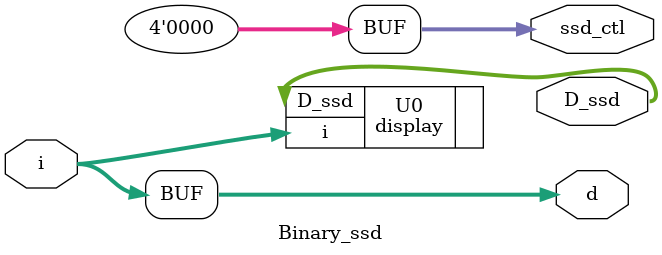
<source format=v>
`timescale 1ns / 1ps


module Binary_ssd(
    input [3:0]i,
    output [7:0]D_ssd,
    output reg [3:0]d,
    output reg [3:0]ssd_ctl
    );
display U0(.i(i),.D_ssd(D_ssd));
always @*
begin
    d = i;
    ssd_ctl = 4'b0000;
end
endmodule

</source>
